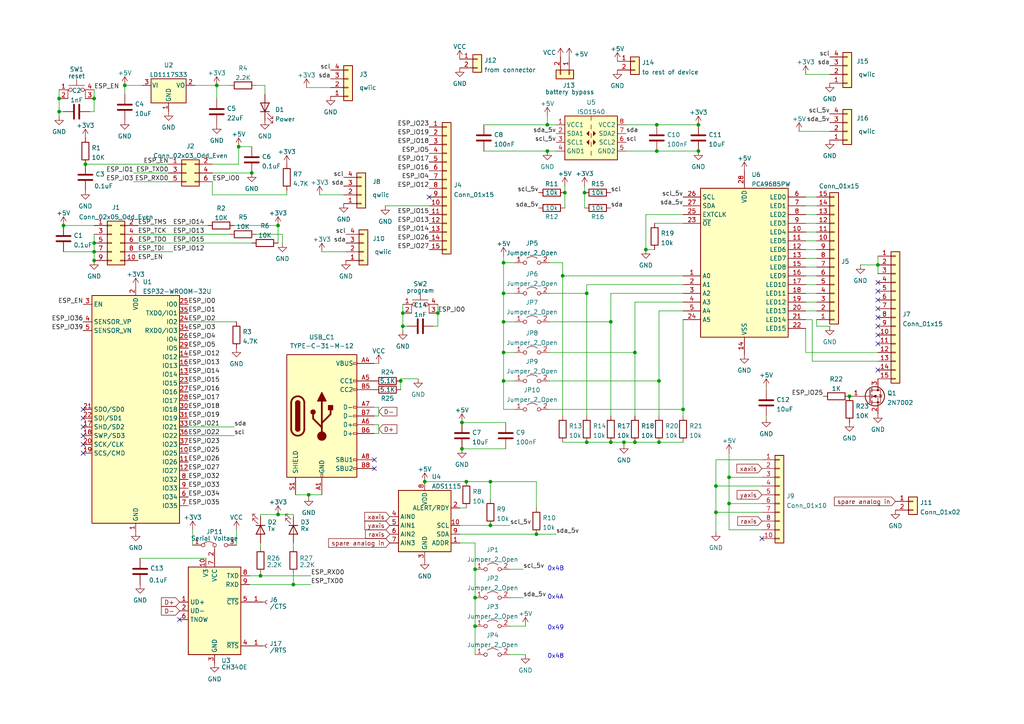
<source format=kicad_sch>
(kicad_sch (version 20230121) (generator eeschema)
  (paper "A4")
  (junction (at 146.05 93.345))
  (junction (at 27.305 70.485))
  (junction (at 184.15 102.235))
  (junction (at 146.05 76.2))
  (junction (at 142.24 139.7))
  (junction (at 116.84 90.805))
  (junction (at 27.305 75.565))
  (junction (at 73.025 50.165))
  (junction (at 211.455 146.05))
  (junction (at 202.565 43.815))
  (junction (at 17.145 32.385))
  (junction (at 17.145 28.575))
  (junction (at 116.205 110.49))
  (junction (at 85.09 169.545))
  (junction (at 62.865 24.765))
  (junction (at 190.5 36.195))
  (junction (at 211.455 138.43))
  (junction (at 202.565 36.195))
  (junction (at 127 90.805))
  (junction (at 184.15 128.27))
  (junction (at 254.635 76.835))
  (junction (at 246.38 114.935))
  (junction (at 133.985 130.175))
  (junction (at 146.05 102.235))
  (junction (at 158.75 43.815))
  (junction (at 163.195 80.01))
  (junction (at 137.795 181.61))
  (junction (at 207.645 148.59))
  (junction (at 155.575 154.94))
  (junction (at 191.135 110.49))
  (junction (at 137.795 173.355))
  (junction (at 198.12 118.745))
  (junction (at 158.75 36.195))
  (junction (at 80.645 65.405))
  (junction (at 133.985 122.555))
  (junction (at 89.535 143.51))
  (junction (at 146.05 110.49))
  (junction (at 137.795 165.1))
  (junction (at 190.5 43.815))
  (junction (at 142.24 152.4))
  (junction (at 36.195 24.765))
  (junction (at 170.18 85.09))
  (junction (at 69.215 42.545))
  (junction (at 180.975 128.27))
  (junction (at 116.84 94.615))
  (junction (at 75.565 167.005))
  (junction (at 27.305 73.025))
  (junction (at 18.415 65.405))
  (junction (at 163.83 55.88))
  (junction (at 169.545 55.88))
  (junction (at 27.305 28.575))
  (junction (at 146.05 85.09))
  (junction (at 187.325 72.39))
  (junction (at 177.165 93.345))
  (junction (at 207.645 140.97))
  (junction (at 24.765 47.625))
  (junction (at 80.645 149.225))
  (junction (at 177.165 128.27))
  (junction (at 191.135 128.27))
  (junction (at 170.18 128.27))
  (junction (at 123.19 139.7))
  (junction (at 135.255 139.7))
  (no_connect (at 24.13 118.745))
  (no_connect (at 108.585 135.89))
  (no_connect (at 108.585 133.35))
  (no_connect (at 24.13 121.285))
  (no_connect (at 254.635 107.315))
  (no_connect (at 124.46 57.15))
  (no_connect (at 254.635 92.075))
  (no_connect (at 254.635 99.695))
  (no_connect (at 254.635 97.155))
  (no_connect (at 254.635 94.615))
  (no_connect (at 254.635 89.535))
  (no_connect (at 254.635 86.995))
  (no_connect (at 254.635 84.455))
  (no_connect (at 254.635 81.915))
  (no_connect (at 24.13 128.905))
  (no_connect (at 24.13 131.445))
  (no_connect (at 24.13 126.365))
  (no_connect (at 220.98 156.21))
  (no_connect (at 52.07 179.705))
  (no_connect (at 24.13 123.825))
  (wire (pts (xy 116.84 88.265) (xy 116.84 90.805)))
  (wire (pts (xy 75.565 167.005) (xy 90.17 167.005)))
  (wire (pts (xy 233.68 95.25) (xy 233.68 102.235)))
  (wire (pts (xy 191.135 110.49) (xy 191.135 90.17)))
  (wire (pts (xy 170.18 85.09) (xy 170.18 120.65)))
  (wire (pts (xy 89.535 143.51) (xy 89.535 144.145)))
  (wire (pts (xy 177.165 85.09) (xy 198.12 85.09)))
  (wire (pts (xy 133.35 157.48) (xy 137.795 157.48)))
  (wire (pts (xy 233.68 67.31) (xy 236.855 67.31)))
  (wire (pts (xy 170.18 128.27) (xy 177.165 128.27)))
  (wire (pts (xy 207.645 140.97) (xy 207.645 148.59)))
  (wire (pts (xy 17.145 28.575) (xy 17.145 32.385)))
  (wire (pts (xy 41.275 24.765) (xy 36.195 24.765)))
  (wire (pts (xy 85.09 169.545) (xy 90.17 169.545)))
  (wire (pts (xy 163.195 76.2) (xy 163.195 80.01)))
  (wire (pts (xy 24.765 47.625) (xy 48.895 47.625)))
  (wire (pts (xy 59.69 161.925) (xy 40.64 161.925)))
  (wire (pts (xy 254.635 76.835) (xy 254.635 79.375)))
  (wire (pts (xy 74.295 67.945) (xy 81.915 67.945)))
  (wire (pts (xy 80.645 65.405) (xy 80.645 70.485)))
  (wire (pts (xy 56.515 24.765) (xy 62.865 24.765)))
  (wire (pts (xy 135.255 139.7) (xy 142.24 139.7)))
  (wire (pts (xy 88.9 25.4) (xy 95.885 25.4)))
  (wire (pts (xy 189.865 64.77) (xy 198.12 64.77)))
  (wire (pts (xy 81.915 67.945) (xy 81.915 70.485)))
  (wire (pts (xy 220.98 148.59) (xy 207.645 148.59)))
  (wire (pts (xy 142.24 139.7) (xy 142.24 144.78)))
  (wire (pts (xy 38.735 52.705) (xy 48.895 52.705)))
  (wire (pts (xy 142.24 152.4) (xy 133.35 152.4)))
  (wire (pts (xy 108.585 105.41) (xy 109.855 105.41)))
  (wire (pts (xy 191.135 90.17) (xy 198.12 90.17)))
  (wire (pts (xy 83.185 56.515) (xy 83.185 55.245)))
  (wire (pts (xy 62.865 24.765) (xy 62.865 28.575)))
  (wire (pts (xy 181.61 43.815) (xy 190.5 43.815)))
  (wire (pts (xy 40.005 67.945) (xy 66.675 67.945)))
  (wire (pts (xy 184.15 102.235) (xy 184.15 87.63)))
  (wire (pts (xy 191.135 110.49) (xy 191.135 120.65)))
  (wire (pts (xy 146.05 74.295) (xy 146.05 76.2)))
  (wire (pts (xy 40.005 70.485) (xy 73.025 70.485)))
  (wire (pts (xy 187.325 72.39) (xy 187.325 62.23)))
  (wire (pts (xy 180.975 128.27) (xy 180.975 128.905)))
  (wire (pts (xy 169.545 55.88) (xy 169.545 53.975)))
  (wire (pts (xy 17.145 32.385) (xy 18.415 32.385)))
  (wire (pts (xy 72.39 167.005) (xy 75.565 167.005)))
  (wire (pts (xy 76.835 27.305) (xy 76.835 24.765)))
  (wire (pts (xy 177.165 93.345) (xy 177.165 120.65)))
  (wire (pts (xy 146.05 102.235) (xy 149.225 102.235)))
  (wire (pts (xy 211.455 131.445) (xy 211.455 138.43)))
  (wire (pts (xy 207.645 133.35) (xy 220.98 133.35)))
  (wire (pts (xy 233.68 74.93) (xy 236.855 74.93)))
  (wire (pts (xy 137.795 173.355) (xy 137.795 181.61)))
  (wire (pts (xy 125.73 94.615) (xy 127 94.615)))
  (wire (pts (xy 163.195 76.2) (xy 159.385 76.2)))
  (wire (pts (xy 109.855 125.73) (xy 108.585 125.73)))
  (wire (pts (xy 69.215 42.545) (xy 73.025 42.545)))
  (wire (pts (xy 135.255 147.32) (xy 133.35 147.32)))
  (wire (pts (xy 161.29 154.94) (xy 155.575 154.94)))
  (wire (pts (xy 233.68 64.77) (xy 236.855 64.77)))
  (wire (pts (xy 159.385 102.235) (xy 184.15 102.235)))
  (wire (pts (xy 158.75 33.655) (xy 158.75 36.195)))
  (wire (pts (xy 207.645 148.59) (xy 207.645 154.305)))
  (wire (pts (xy 111.76 59.69) (xy 124.46 59.69)))
  (wire (pts (xy 151.765 173.355) (xy 147.955 173.355)))
  (wire (pts (xy 184.15 87.63) (xy 198.12 87.63)))
  (wire (pts (xy 152.4 181.61) (xy 147.955 181.61)))
  (wire (pts (xy 155.575 139.7) (xy 155.575 147.32)))
  (wire (pts (xy 27.305 70.485) (xy 27.305 73.025)))
  (wire (pts (xy 85.09 169.545) (xy 85.09 166.37)))
  (wire (pts (xy 108.585 118.11) (xy 109.855 118.11)))
  (wire (pts (xy 146.05 93.345) (xy 146.05 102.235)))
  (wire (pts (xy 61.595 50.165) (xy 73.025 50.165)))
  (wire (pts (xy 235.585 92.71) (xy 235.585 104.775)))
  (wire (pts (xy 75.565 167.005) (xy 75.565 166.37)))
  (wire (pts (xy 92.71 56.515) (xy 99.695 56.515)))
  (wire (pts (xy 170.18 82.55) (xy 198.12 82.55)))
  (wire (pts (xy 190.5 43.815) (xy 202.565 43.815)))
  (wire (pts (xy 80.645 149.225) (xy 85.09 149.225)))
  (wire (pts (xy 146.05 85.09) (xy 146.05 93.345)))
  (wire (pts (xy 75.565 149.225) (xy 80.645 149.225)))
  (wire (pts (xy 85.09 157.48) (xy 85.09 158.75)))
  (wire (pts (xy 233.68 87.63) (xy 236.855 87.63)))
  (wire (pts (xy 233.68 62.23) (xy 236.855 62.23)))
  (wire (pts (xy 180.975 128.27) (xy 184.15 128.27)))
  (wire (pts (xy 155.575 154.94) (xy 133.35 154.94)))
  (wire (pts (xy 146.05 102.235) (xy 146.05 110.49)))
  (wire (pts (xy 233.68 80.01) (xy 236.855 80.01)))
  (wire (pts (xy 233.68 92.71) (xy 235.585 92.71)))
  (wire (pts (xy 140.335 36.195) (xy 158.75 36.195)))
  (wire (pts (xy 233.68 72.39) (xy 236.855 72.39)))
  (wire (pts (xy 61.595 47.625) (xy 69.215 47.625)))
  (wire (pts (xy 163.83 60.325) (xy 163.83 55.88)))
  (wire (pts (xy 55.88 153.67) (xy 55.88 158.115)))
  (wire (pts (xy 146.05 76.2) (xy 146.05 85.09)))
  (wire (pts (xy 233.68 69.85) (xy 236.855 69.85)))
  (wire (pts (xy 140.335 43.815) (xy 158.75 43.815)))
  (wire (pts (xy 159.385 93.345) (xy 177.165 93.345)))
  (wire (pts (xy 169.545 60.325) (xy 169.545 55.88)))
  (wire (pts (xy 17.145 26.035) (xy 17.145 28.575)))
  (wire (pts (xy 163.195 128.27) (xy 170.18 128.27)))
  (wire (pts (xy 17.145 32.385) (xy 17.145 33.655)))
  (wire (pts (xy 61.595 56.515) (xy 83.185 56.515)))
  (wire (pts (xy 54.61 126.365) (xy 67.945 126.365)))
  (wire (pts (xy 233.68 59.69) (xy 236.855 59.69)))
  (wire (pts (xy 27.305 73.025) (xy 27.305 75.565)))
  (wire (pts (xy 27.305 32.385) (xy 27.305 28.575)))
  (wire (pts (xy 40.005 73.025) (xy 50.165 73.025)))
  (wire (pts (xy 27.305 67.945) (xy 27.305 70.485)))
  (wire (pts (xy 133.985 122.555) (xy 146.685 122.555)))
  (wire (pts (xy 127 94.615) (xy 127 90.805)))
  (wire (pts (xy 137.795 181.61) (xy 137.795 189.865)))
  (wire (pts (xy 75.565 157.48) (xy 75.565 158.75)))
  (wire (pts (xy 233.68 90.17) (xy 236.855 90.17)))
  (wire (pts (xy 187.325 62.23) (xy 198.12 62.23)))
  (wire (pts (xy 222.25 112.395) (xy 222.25 113.03)))
  (wire (pts (xy 151.765 165.1) (xy 147.955 165.1)))
  (wire (pts (xy 109.855 120.65) (xy 108.585 120.65)))
  (wire (pts (xy 233.68 85.09) (xy 236.855 85.09)))
  (wire (pts (xy 184.15 128.27) (xy 191.135 128.27)))
  (wire (pts (xy 40.005 65.405) (xy 60.325 65.405)))
  (wire (pts (xy 163.195 80.01) (xy 163.195 120.65)))
  (wire (pts (xy 191.135 128.27) (xy 198.12 128.27)))
  (wire (pts (xy 109.855 118.11) (xy 109.855 120.65)))
  (wire (pts (xy 76.835 24.765) (xy 74.295 24.765)))
  (wire (pts (xy 142.24 139.7) (xy 155.575 139.7)))
  (wire (pts (xy 236.855 94.615) (xy 236.855 92.71)))
  (wire (pts (xy 211.455 138.43) (xy 211.455 146.05)))
  (wire (pts (xy 26.035 32.385) (xy 27.305 32.385)))
  (wire (pts (xy 187.325 72.39) (xy 189.865 72.39)))
  (wire (pts (xy 170.18 85.09) (xy 159.385 85.09)))
  (wire (pts (xy 121.285 109.855) (xy 116.205 109.855)))
  (wire (pts (xy 198.12 80.01) (xy 163.195 80.01)))
  (wire (pts (xy 158.75 43.815) (xy 161.29 43.815)))
  (wire (pts (xy 249.555 76.835) (xy 254.635 76.835)))
  (wire (pts (xy 18.415 73.025) (xy 27.305 73.025)))
  (wire (pts (xy 146.05 110.49) (xy 146.05 118.745)))
  (wire (pts (xy 233.68 57.15) (xy 236.855 57.15)))
  (wire (pts (xy 108.585 123.19) (xy 109.855 123.19)))
  (wire (pts (xy 72.39 169.545) (xy 85.09 169.545)))
  (wire (pts (xy 211.455 146.05) (xy 211.455 153.67)))
  (wire (pts (xy 67.945 65.405) (xy 80.645 65.405)))
  (wire (pts (xy 116.84 94.615) (xy 116.84 95.885)))
  (wire (pts (xy 54.61 93.345) (xy 68.58 93.345)))
  (wire (pts (xy 177.165 93.345) (xy 177.165 85.09)))
  (wire (pts (xy 66.675 24.765) (xy 62.865 24.765)))
  (wire (pts (xy 36.195 24.765) (xy 36.195 27.305)))
  (wire (pts (xy 163.83 55.88) (xy 163.83 53.975)))
  (wire (pts (xy 152.4 189.865) (xy 147.955 189.865)))
  (wire (pts (xy 198.12 118.745) (xy 198.12 92.71)))
  (wire (pts (xy 149.225 118.745) (xy 146.05 118.745)))
  (wire (pts (xy 116.205 110.49) (xy 116.205 113.03)))
  (wire (pts (xy 246.38 114.935) (xy 247.015 114.935)))
  (wire (pts (xy 133.985 130.175) (xy 146.685 130.175)))
  (wire (pts (xy 69.215 47.625) (xy 69.215 42.545)))
  (wire (pts (xy 233.68 102.235) (xy 254.635 102.235)))
  (wire (pts (xy 18.415 65.405) (xy 27.305 65.405)))
  (wire (pts (xy 85.09 149.225) (xy 85.09 149.86)))
  (wire (pts (xy 146.05 93.345) (xy 149.225 93.345)))
  (wire (pts (xy 211.455 153.67) (xy 220.98 153.67)))
  (wire (pts (xy 233.68 77.47) (xy 236.855 77.47)))
  (wire (pts (xy 207.645 140.97) (xy 207.645 133.35)))
  (wire (pts (xy 235.585 104.775) (xy 254.635 104.775)))
  (wire (pts (xy 123.19 139.7) (xy 135.255 139.7)))
  (wire (pts (xy 109.855 123.19) (xy 109.855 125.73)))
  (wire (pts (xy 85.725 143.51) (xy 89.535 143.51)))
  (wire (pts (xy 68.58 153.67) (xy 68.58 158.115)))
  (wire (pts (xy 177.165 128.27) (xy 180.975 128.27)))
  (wire (pts (xy 54.61 123.825) (xy 67.945 123.825)))
  (wire (pts (xy 198.12 118.745) (xy 198.12 120.65)))
  (wire (pts (xy 146.05 76.2) (xy 149.225 76.2)))
  (wire (pts (xy 158.75 36.195) (xy 161.29 36.195)))
  (wire (pts (xy 159.385 118.745) (xy 198.12 118.745)))
  (wire (pts (xy 75.565 149.86) (xy 75.565 149.225)))
  (wire (pts (xy 222.25 121.285) (xy 222.25 120.65)))
  (wire (pts (xy 116.84 90.805) (xy 116.84 94.615)))
  (wire (pts (xy 211.455 146.05) (xy 220.98 146.05)))
  (wire (pts (xy 233.68 82.55) (xy 236.855 82.55)))
  (wire (pts (xy 190.5 36.195) (xy 202.565 36.195)))
  (wire (pts (xy 233.68 21.59) (xy 240.665 21.59)))
  (wire (pts (xy 146.05 110.49) (xy 149.225 110.49)))
  (wire (pts (xy 146.05 85.09) (xy 149.225 85.09)))
  (wire (pts (xy 159.385 110.49) (xy 191.135 110.49)))
  (wire (pts (xy 231.775 38.1) (xy 240.665 38.1)))
  (wire (pts (xy 116.205 109.855) (xy 116.205 110.49)))
  (wire (pts (xy 93.345 73.025) (xy 100.33 73.025)))
  (wire (pts (xy 116.84 94.615) (xy 118.11 94.615)))
  (wire (pts (xy 27.305 26.035) (xy 27.305 28.575)))
  (wire (pts (xy 137.795 165.1) (xy 137.795 173.355)))
  (wire (pts (xy 240.665 94.615) (xy 236.855 94.615)))
  (wire (pts (xy 127 88.265) (xy 127 90.805)))
  (wire (pts (xy 147.955 152.4) (xy 142.24 152.4)))
  (wire (pts (xy 184.15 102.235) (xy 184.15 120.65)))
  (wire (pts (xy 254.635 74.295) (xy 254.635 76.835)))
  (wire (pts (xy 89.535 143.51) (xy 93.345 143.51)))
  (wire (pts (xy 137.795 157.48) (xy 137.795 165.1)))
  (wire (pts (xy 38.735 50.165) (xy 48.895 50.165)))
  (wire (pts (xy 211.455 138.43) (xy 220.98 138.43)))
  (wire (pts (xy 207.645 140.97) (xy 220.98 140.97)))
  (wire (pts (xy 61.595 52.705) (xy 61.595 56.515)))
  (wire (pts (xy 170.18 82.55) (xy 170.18 85.09)))
  (wire (pts (xy 181.61 36.195) (xy 190.5 36.195)))
  (text "0x48" (at 158.75 191.135 0) (effects (font (size 1.27 1.27)) (justify left bottom)))
  (text "0x49" (at 158.75 182.88 0) (effects (font (size 1.27 1.27)) (justify left bottom)))
  (text "0x4B" (at 158.75 165.735 0) (effects (font (size 1.27 1.27)) (justify left bottom)))
  (text "0x4A" (at 158.75 173.99 0) (effects (font (size 1.27 1.27)) (justify left bottom)))
  (label "ESP_IO0" (at 54.61 88.265 0))
  (label "ESP_EN" (at 24.13 88.265 180))
  (label "ESP_TDO" (at 40.005 70.485 0))
  (label "ESP_IO18" (at 124.46 41.91 180))
  (label "sda" (at 240.665 19.05 180))
  (label "scl_5v" (at 240.665 33.02 180))
  (label "ESP_IO4" (at 124.46 52.07 180))
  (label "ESP_IO23" (at 124.46 36.83 180))
  (label "scl_5v" (at 198.12 57.15 180))
  (label "ESP_IO2" (at 54.61 93.345 0))
  (label "ESP_IO4" (at 54.61 98.425 0))
  (label "scl_5v" (at 151.765 165.1 0))
  (label "ESP_IO13" (at 50.165 67.945 0))
  (label "ESP_EN" (at 48.895 47.625 180))
  (label "ESP_IO36" (at 24.13 93.345 180))
  (label "sda_5v" (at 240.665 35.56 180))
  (label "ESP_IO0" (at 127 90.805 0))
  (label "ESP_RXD0" (at 90.17 167.005 0))
  (label "scl" (at 100.33 67.945 180))
  (label "sda" (at 181.61 38.735 0))
  (label "ESP_IO32" (at 54.61 139.065 0))
  (label "scl" (at 99.695 51.435 180))
  (label "ESP_IO0" (at 61.595 52.705 0))
  (label "sda" (at 100.33 70.485 180))
  (label "sda" (at 95.885 22.86 180))
  (label "scl_5v" (at 156.21 55.88 180))
  (label "ESP_EN" (at 27.305 26.035 0))
  (label "ESP_TCK" (at 40.005 67.945 0))
  (label "ESP_IO23" (at 54.61 128.905 0))
  (label "ESP_IO13" (at 124.46 64.77 180))
  (label "sda" (at 177.165 60.325 0))
  (label "ESP_IO26" (at 124.46 69.85 180))
  (label "ESP_IO15" (at 124.46 62.23 180))
  (label "ESP_IO21" (at 54.61 123.825 0))
  (label "ESP_IO27" (at 54.61 136.525 0))
  (label "ESP_EN" (at 40.005 75.565 0))
  (label "scl" (at 67.945 126.365 0))
  (label "ESP_IO16" (at 54.61 113.665 0))
  (label "ESP_IO25" (at 238.76 114.935 180))
  (label "ESP_IO17" (at 54.61 116.205 0))
  (label "scl" (at 177.165 55.88 0))
  (label "ESP_IO14" (at 54.61 108.585 0))
  (label "ESP_IO35" (at 54.61 146.685 0))
  (label "ESP_IO1" (at 54.61 90.805 0))
  (label "sda_5v" (at 156.21 60.325 180))
  (label "ESP_IO3" (at 38.735 52.705 180))
  (label "ESP_IO15" (at 50.165 70.485 0))
  (label "ESP_IO26" (at 54.61 133.985 0))
  (label "ESP_IO39" (at 24.13 95.885 180))
  (label "scl" (at 95.885 20.32 180))
  (label "ESP_IO16" (at 124.46 49.53 180))
  (label "sda_5v" (at 161.29 38.735 180))
  (label "scl" (at 240.665 16.51 180))
  (label "ESP_IO33" (at 54.61 141.605 0))
  (label "ESP_IO19" (at 54.61 121.285 0))
  (label "scl_5v" (at 161.29 41.275 180))
  (label "ESP_IO17" (at 124.46 46.99 180))
  (label "ESP_IO12" (at 54.61 103.505 0))
  (label "ESP_IO14" (at 50.165 65.405 0))
  (label "ESP_IO22" (at 54.61 126.365 0))
  (label "ESP_IO13" (at 54.61 106.045 0))
  (label "ESP_IO5" (at 54.61 100.965 0))
  (label "ESP_IO25" (at 54.61 131.445 0))
  (label "ESP_TDI" (at 40.005 73.025 0))
  (label "ESP_IO1" (at 38.735 50.165 180))
  (label "ESP_IO27" (at 124.46 72.39 180))
  (label "ESP_IO12" (at 124.46 54.61 180))
  (label "scl_5v" (at 147.955 152.4 0))
  (label "ESP_IO12" (at 50.165 73.025 0))
  (label "sda_5v" (at 198.12 59.69 180))
  (label "ESP_RXD0" (at 48.895 52.705 180))
  (label "ESP_TXD0" (at 48.895 50.165 180))
  (label "ESP_IO19" (at 124.46 39.37 180))
  (label "sda_5v" (at 151.765 173.355 0))
  (label "ESP_IO3" (at 54.61 95.885 0))
  (label "ESP_IO5" (at 124.46 44.45 180))
  (label "sda" (at 67.945 123.825 0))
  (label "ESP_IO14" (at 124.46 67.31 180))
  (label "ESP_TMS" (at 40.005 65.405 0))
  (label "ESP_TXD0" (at 90.17 169.545 0))
  (label "ESP_IO34" (at 54.61 144.145 0))
  (label "sda" (at 99.695 53.975 180))
  (label "scl" (at 181.61 41.275 0))
  (label "ESP_IO15" (at 54.61 111.125 0))
  (label "ESP_IO18" (at 54.61 118.745 0))
  (label "sda_5v" (at 161.29 154.94 0))
  (global_label "D+" (shape input) (at 109.855 124.46 0) (property "Intersheetrefs" "${INTERSHEET_REFS}" (effects hide)))
  (global_label "xaxis" (shape input) (at 220.98 135.89 180) (property "Intersheetrefs" "${INTERSHEET_REFS}" (effects hide)))
  (global_label "spare analog in" (shape input) (at 259.715 145.415 180) (property "Intersheetrefs" "${INTERSHEET_REFS}" (effects hide)))
  (global_label "spare analog in" (shape input) (at 113.03 157.48 180) (property "Intersheetrefs" "${INTERSHEET_REFS}" (effects hide)))
  (global_label "yaxis" (shape input) (at 113.03 152.4 180) (property "Intersheetrefs" "${INTERSHEET_REFS}" (effects hide)))
  (global_label "raxis" (shape input) (at 113.03 154.94 180) (property "Intersheetrefs" "${INTERSHEET_REFS}" (effects hide)))
  (global_label "raxis" (shape input) (at 220.98 151.13 180) (property "Intersheetrefs" "${INTERSHEET_REFS}" (effects hide)))
  (global_label "xaxis" (shape input) (at 113.03 149.86 180) (property "Intersheetrefs" "${INTERSHEET_REFS}" (effects hide)))
  (global_label "D+" (shape input) (at 52.07 174.625 180) (property "Intersheetrefs" "${INTERSHEET_REFS}" (effects hide)))
  (global_label "yaxis" (shape input) (at 220.98 143.51 180) (property "Intersheetrefs" "${INTERSHEET_REFS}" (effects hide)))
  (global_label "D-" (shape input) (at 52.07 177.165 180) (property "Intersheetrefs" "${INTERSHEET_REFS}" (effects hide)))
  (global_label "D-" (shape input) (at 109.855 119.38 0) (property "Intersheetrefs" "${INTERSHEET_REFS}" (effects hide)))
  (symbol (lib_id "power:+5V") (at 222.25 112.395 0) (unit 1)
    (property "Reference" "#PWR0128" (effects hide))
    (property "Value" "+5V" (at 222.25 108.7905 0))
  )
  (symbol (lib_id "power:GND") (at 73.025 50.165 0) (unit 1)
    (property "Reference" "#PWR015" (effects hide))
    (property "Value" "GND" (at 73.025 54.7275 0))
  )
  (symbol (lib_id "power:+5V") (at 152.4 181.61 0) (unit 1)
    (property "Reference" "#PWR0114" (effects hide))
    (property "Value" "+5V" (at 152.4 178.0055 0))
  )
  (symbol (lib_id "power:GND") (at 180.975 128.905 0) (unit 1)
    (property "Reference" "#PWR0119" (effects hide))
    (property "Value" "GND" (at 180.975 133.4675 0))
  )
  (symbol (lib_id "Connector_Generic:Conn_01x15") (at 259.715 92.075 0) (unit 1)
    (property "Reference" "J7" (at 261.747 91.1665 0) (effects (justify left)))
    (property "Value" "Conn_01x15" (at 261.747 93.9416 0) (effects (justify left)))
    (property "Footprint" "Connector_PinHeader_2.54mm:PinHeader_1x15_P2.54mm_Vertical" (effects hide))
  )
  (symbol (lib_id "power:GND") (at 187.325 72.39 0) (unit 1)
    (property "Reference" "#PWR0115" (effects hide))
    (property "Value" "GND" (at 187.325 76.9525 0))
  )
  (symbol (lib_id "Device:R") (at 242.57 114.935 90) (unit 1)
    (property "Reference" "R22" (at 242.57 109.9525 90))
    (property "Value" "1K" (at 242.57 112.7276 90))
    (property "Footprint" "Resistor_SMD:R_0603_1608Metric" (effects hide))
  )
  (symbol (lib_id "power:+3.3V") (at 92.71 56.515 0) (unit 1)
    (property "Reference" "#PWR0102" (effects hide))
    (property "Value" "+3.3V" (at 92.71 52.9105 0))
  )
  (symbol (lib_id "power:GND") (at 158.75 43.815 0) (unit 1)
    (property "Reference" "#PWR0132" (effects hide))
    (property "Value" "GND" (at 158.75 48.3775 0))
  )
  (symbol (lib_id "Device:R") (at 198.12 124.46 0) (unit 1)
    (property "Reference" "R21" (at 199.898 123.5515 0) (effects (justify left)))
    (property "Value" "10k" (at 199.898 126.3266 0) (effects (justify left)))
    (property "Footprint" "Resistor_SMD:R_0603_1608Metric" (effects hide))
  )
  (symbol (lib_id "Jumper:Jumper_2_Open") (at 142.875 181.61 0) (unit 1)
    (property "Reference" "JP3" (at 142.875 175.9925 0))
    (property "Value" "Jumper_2_Open" (at 142.875 178.7676 0))
    (property "Footprint" "Jumper:SolderJumper-2_P1.3mm_Open_RoundedPad1.0x1.5mm" (effects hide))
  )
  (symbol (lib_id "power:GND") (at 116.84 95.885 0) (unit 1)
    (property "Reference" "#PWR027" (effects hide))
    (property "Value" "GND" (at 116.84 100.4475 0))
  )
  (symbol (lib_id "power:GND") (at 17.145 33.655 0) (unit 1)
    (property "Reference" "#PWR01" (effects hide))
    (property "Value" "GND" (at 17.145 38.2175 0))
  )
  (symbol (lib_id "Device:R") (at 70.485 24.765 90) (unit 1)
    (property "Reference" "R4" (at 70.485 19.7825 90))
    (property "Value" "2.2K" (at 70.485 22.5576 90))
    (property "Footprint" "Resistor_SMD:R_0603_1608Metric" (effects hide))
  )
  (symbol (lib_id "power:+5V") (at 211.455 131.445 0) (unit 1)
    (property "Reference" "#PWR0130" (effects hide))
    (property "Value" "+5V" (at 211.455 127.8405 0))
  )
  (symbol (lib_id "Device:R") (at 163.195 124.46 0) (unit 1)
    (property "Reference" "R13" (at 164.973 123.5515 0) (effects (justify left)))
    (property "Value" "10k" (at 164.973 126.3266 0) (effects (justify left)))
    (property "Footprint" "Resistor_SMD:R_0603_1608Metric" (effects hide))
  )
  (symbol (lib_id "power:GND") (at 240.665 94.615 0) (mirror y) (unit 1)
    (property "Reference" "#PWR0124" (effects hide))
    (property "Value" "GND" (at 240.665 99.1775 0))
  )
  (symbol (lib_id "power:GND") (at 179.07 20.32 0) (unit 1)
    (property "Reference" "#PWR0135" (effects hide))
    (property "Value" "GND" (at 179.07 24.8825 0))
  )
  (symbol (lib_id "power:GND") (at 133.985 130.175 0) (unit 1)
    (property "Reference" "#PWR0110" (effects hide))
    (property "Value" "GND" (at 133.985 134.7375 0))
  )
  (symbol (lib_id "Device:R") (at 112.395 110.49 90) (unit 1)
    (property "Reference" "R24" (at 112.395 107.95 90))
    (property "Value" "5.1K" (at 112.395 110.49 90))
    (property "Footprint" "Resistor_SMD:R_0603_1608Metric" (effects hide))
  )
  (symbol (lib_id "power:+5V") (at 133.985 122.555 0) (unit 1)
    (property "Reference" "#PWR0111" (effects hide))
    (property "Value" "+5V" (at 133.985 118.9505 0))
  )
  (symbol (lib_id "power:+5V") (at 36.195 24.765 0) (unit 1)
    (property "Reference" "#PWR06" (effects hide))
    (property "Value" "+5V" (at 36.195 21.1605 0))
  )
  (symbol (lib_id "power:GND") (at 40.64 169.545 0) (unit 1)
    (property "Reference" "#PWR024" (effects hide))
    (property "Value" "GND" (at 40.64 174.1075 0))
  )
  (symbol (lib_id "Jumper:Jumper_2_Open") (at 154.305 85.09 0) (unit 1)
    (property "Reference" "JP6" (at 154.305 79.4725 0))
    (property "Value" "Jumper_2_Open" (at 154.305 82.2476 0))
    (property "Footprint" "Jumper:SolderJumper-2_P1.3mm_Open_RoundedPad1.0x1.5mm" (effects hide))
  )
  (symbol (lib_id "Jumper:Jumper_2_Open") (at 154.305 110.49 0) (unit 1)
    (property "Reference" "JP9" (at 154.305 104.8725 0))
    (property "Value" "Jumper_2_Open" (at 154.305 107.6476 0))
    (property "Footprint" "Jumper:SolderJumper-2_P1.3mm_Open_RoundedPad1.0x1.5mm" (effects hide))
  )
  (symbol (lib_id "power:GND") (at 36.195 34.925 0) (unit 1)
    (property "Reference" "#PWR07" (effects hide))
    (property "Value" "GND" (at 36.195 39.4875 0))
  )
  (symbol (lib_id "Device:C") (at 18.415 69.215 0) (unit 1)
    (property "Reference" "C1" (at 21.336 68.3065 0) (effects (justify left)))
    (property "Value" "0.1uF" (at 21.336 71.0816 0) (effects (justify left)))
    (property "Footprint" "Capacitor_SMD:C_0603_1608Metric" (effects hide))
  )
  (symbol (lib_id "Device:R") (at 112.395 113.03 90) (mirror x) (unit 1)
    (property "Reference" "R25" (at 112.395 115.57 90))
    (property "Value" "5.1K" (at 112.395 113.03 90))
    (property "Footprint" "Resistor_SMD:R_0603_1608Metric" (effects hide))
  )
  (symbol (lib_id "power:GND") (at 48.895 32.385 0) (unit 1)
    (property "Reference" "#PWR010" (effects hide))
    (property "Value" "GND" (at 48.895 36.9475 0))
  )
  (symbol (lib_id "Connector_Generic:Conn_01x04") (at 100.965 25.4 0) (mirror x) (unit 1)
    (property "Reference" "J3" (at 105.41 21.59 0))
    (property "Value" "qwiic" (at 106.68 25.4 0))
    (property "Footprint" "Connector_JST:JST_SH_SM04B-SRSS-TB_1x04-1MP_P1.00mm_Horizontal" (effects hide))
  )
  (symbol (lib_id "power:+5V") (at 123.19 139.7 0) (unit 1)
    (property "Reference" "#PWR0109" (effects hide))
    (property "Value" "+5V" (at 123.19 136.0955 0))
  )
  (symbol (lib_id "power:GND") (at 240.665 24.13 0) (unit 1)
    (property "Reference" "#PWR0143" (effects hide))
    (property "Value" "GND" (at 240.665 28.6925 0))
  )
  (symbol (lib_id "Jumper:Jumper_2_Open") (at 154.305 76.2 0) (unit 1)
    (property "Reference" "JP5" (at 154.305 70.5825 0))
    (property "Value" "Jumper_2_Open" (at 154.305 73.3576 0))
    (property "Footprint" "Jumper:SolderJumper-2_P1.3mm_Open_RoundedPad1.0x1.5mm" (effects hide))
  )
  (symbol (lib_id "power:+3.3V") (at 80.645 65.405 0) (unit 1)
    (property "Reference" "#PWR017" (effects hide))
    (property "Value" "+3.3V" (at 80.645 61.8005 0))
  )
  (symbol (lib_id "Device:R") (at 64.135 65.405 90) (unit 1)
    (property "Reference" "R2" (at 64.135 60.4225 90))
    (property "Value" "10K" (at 64.135 63.1976 90))
    (property "Footprint" "Resistor_SMD:R_0603_1608Metric" (effects hide))
  )
  (symbol (lib_id "Connector:USB_C_Receptacle_USB2.0") (at 93.345 120.65 0) (unit 1)
    (property "Reference" "USB_C1" (at 93.345 97.79 0))
    (property "Value" "TYPE-C-31-M-12" (at 93.345 100.33 0))
    (property "Footprint" "Connector_USB:USB_C_Receptacle_HRO_TYPE-C-31-M-12" (effects hide))
    (property "Datasheet" "https://www.usb.org/sites/default/files/documents/usb_type-c.zip" (effects hide))
    (property "LCSC" "C165948" (effects hide))
  )
  (symbol (lib_id "Jumper:Jumper_2_Open") (at 142.875 173.355 0) (unit 1)
    (property "Reference" "JP2" (at 142.875 167.7375 0))
    (property "Value" "Jumper_2_Open" (at 142.875 170.5126 0))
    (property "Footprint" "Jumper:SolderJumper-2_P1.3mm_Open_RoundedPad1.0x1.5mm" (effects hide))
  )
  (symbol (lib_id "Jumper:Jumper_2_Open") (at 154.305 93.345 0) (unit 1)
    (property "Reference" "JP7" (at 154.305 87.7275 0))
    (property "Value" "Jumper_2_Open" (at 154.305 90.5026 0))
    (property "Footprint" "Jumper:SolderJumper-2_P1.3mm_Open_RoundedPad1.0x1.5mm" (effects hide))
  )
  (symbol (lib_id "Device:R") (at 85.09 162.56 0) (unit 1)
    (property "Reference" "R27" (at 86.868 161.9163 0) (effects (justify left)))
    (property "Value" "2.2K" (at 86.868 163.8373 0) (effects (justify left)))
    (property "Footprint" "Resistor_SMD:R_0603_1608Metric" (effects hide))
  )
  (symbol (lib_id "power:+3.3V") (at 83.185 47.625 0) (unit 1)
    (property "Reference" "#PWR019" (effects hide))
    (property "Value" "+3.3V" (at 83.185 44.0205 0))
  )
  (symbol (lib_id "Device:R") (at 155.575 151.13 0) (unit 1)
    (property "Reference" "R10" (at 157.353 150.2215 0) (effects (justify left)))
    (property "Value" "10k" (at 157.353 152.9966 0) (effects (justify left)))
    (property "Footprint" "Resistor_SMD:R_0603_1608Metric" (effects hide))
  )
  (symbol (lib_id "power:+3.3V") (at 62.865 24.765 0) (unit 1)
    (property "Reference" "#PWR011" (effects hide))
    (property "Value" "+3.3V" (at 62.865 21.1605 0))
  )
  (symbol (lib_id "power:+5V") (at 231.775 38.1 0) (unit 1)
    (property "Reference" "#PWR0133" (effects hide))
    (property "Value" "+5V" (at 231.775 34.4955 0))
  )
  (symbol (lib_id "Device:R") (at 24.765 43.815 0) (unit 1)
    (property "Reference" "R1" (at 26.543 42.9065 0) (effects (justify left)))
    (property "Value" "10K" (at 26.543 45.6816 0) (effects (justify left)))
    (property "Footprint" "Resistor_SMD:R_0603_1608Metric" (effects hide))
  )
  (symbol (lib_id "power:+3.3V") (at 169.545 53.975 0) (unit 1)
    (property "Reference" "#PWR0116" (effects hide))
    (property "Value" "+3.3V" (at 169.545 50.3705 0))
  )
  (symbol (lib_id "power:+5V") (at 18.415 65.405 0) (unit 1)
    (property "Reference" "#PWR02" (effects hide))
    (property "Value" "+5V" (at 18.415 61.8005 0))
  )
  (symbol (lib_id "Connector_Generic:Conn_01x02") (at 184.15 17.78 0) (unit 1)
    (property "Reference" "J14" (at 186.182 18.1415 0) (effects (justify left)))
    (property "Value" "to rest of device" (at 186.182 20.9166 0) (effects (justify left)))
    (property "Footprint" "Connector_PinHeader_2.54mm:PinHeader_1x02_P2.54mm_Vertical" (effects hide))
  )
  (symbol (lib_id "Device:R") (at 160.02 60.325 90) (unit 1)
    (property "Reference" "R12" (at 160.02 62.865 90))
    (property "Value" "10k" (at 160.02 60.325 90))
    (property "Footprint" "Resistor_SMD:R_0603_1608Metric" (effects hide))
  )
  (symbol (lib_id "Device:R") (at 177.165 124.46 0) (unit 1)
    (property "Reference" "R17" (at 178.943 123.5515 0) (effects (justify left)))
    (property "Value" "10k" (at 178.943 126.3266 0) (effects (justify left)))
    (property "Footprint" "Resistor_SMD:R_0603_1608Metric" (effects hide))
  )
  (symbol (lib_id "power:+3.3V") (at 93.345 73.025 0) (unit 1)
    (property "Reference" "#PWR0101" (effects hide))
    (property "Value" "+3.3V" (at 93.345 69.4205 0))
  )
  (symbol (lib_id "power:GND") (at 111.76 59.69 0) (unit 1)
    (property "Reference" "#PWR0105" (effects hide))
    (property "Value" "GND" (at 111.76 64.2525 0))
  )
  (symbol (lib_id "power:GND") (at 62.865 36.195 0) (unit 1)
    (property "Reference" "#PWR012" (effects hide))
    (property "Value" "GND" (at 62.865 40.7575 0))
  )
  (symbol (lib_id "Connector_Generic:Conn_01x04") (at 245.745 38.1 0) (mirror x) (unit 1)
    (property "Reference" "J16" (at 250.19 34.29 0))
    (property "Value" "qwiic" (at 251.46 38.1 0))
    (property "Footprint" "Connector_JST:JST_SH_SM04B-SRSS-TB_1x04-1MP_P1.00mm_Horizontal" (effects hide))
  )
  (symbol (lib_id "power:GND") (at 249.555 76.835 0) (unit 1)
    (property "Reference" "#PWR0127" (effects hide))
    (property "Value" "GND" (at 249.555 81.3975 0))
  )
  (symbol (lib_id "power:GND") (at 259.715 147.955 0) (unit 1)
    (property "Reference" "#PWR0129" (effects hide))
    (property "Value" "GND" (at 259.715 152.5175 0))
  )
  (symbol (lib_id "power:+5V") (at 69.215 42.545 0) (unit 1)
    (property "Reference" "#PWR013" (effects hide))
    (property "Value" "+5V" (at 69.215 38.9405 0))
  )
  (symbol (lib_id "power:GND") (at 240.665 40.64 0) (unit 1)
    (property "Reference" "#PWR0145" (effects hide))
    (property "Value" "GND" (at 240.665 45.2025 0))
  )
  (symbol (lib_id "power:GND") (at 99.695 59.055 0) (unit 1)
    (property "Reference" "#PWR0104" (effects hide))
    (property "Value" "GND" (at 99.695 63.6175 0))
  )
  (symbol (lib_id "Connector_Generic:Conn_01x04") (at 105.41 73.025 0) (mirror x) (unit 1)
    (property "Reference" "J10" (at 109.855 69.215 0))
    (property "Value" "qwiic" (at 111.125 73.025 0))
    (property "Footprint" "Connector_JST:JST_SH_SM04B-SRSS-TB_1x04-1MP_P1.00mm_Horizontal" (effects hide))
  )
  (symbol (lib_id "Device:R") (at 170.18 124.46 0) (unit 1)
    (property "Reference" "R14" (at 171.958 123.5515 0) (effects (justify left)))
    (property "Value" "10k" (at 171.958 126.3266 0) (effects (justify left)))
    (property "Footprint" "Resistor_SMD:R_0603_1608Metric" (effects hide))
  )
  (symbol (lib_id "Device:LED") (at 85.09 153.67 270) (unit 1)
    (property "Reference" "D3" (at 87.122 151.4388 90) (effects (justify left)))
    (property "Value" "Rx" (at 87.122 153.3598 90) (effects (justify left)))
    (property "Footprint" "LED_SMD:LED_0603_1608Metric" (effects hide))
  )
  (symbol (lib_id "power:GND") (at 152.4 189.865 0) (unit 1)
    (property "Reference" "#PWR0113" (effects hide))
    (property "Value" "GND" (at 152.4 194.4275 0))
  )
  (symbol (lib_id "power:GND") (at 39.37 154.305 0) (unit 1)
    (property "Reference" "#PWR09" (effects hide))
    (property "Value" "GND" (at 39.37 158.8675 0))
  )
  (symbol (lib_id "power:GND") (at 89.535 144.145 0) (unit 1)
    (property "Reference" "#PWR0134" (effects hide))
    (property "Value" "GND" (at 89.535 148.7075 0))
  )
  (symbol (lib_id "Device:C") (at 22.225 32.385 90) (unit 1)
    (property "Reference" "C2" (at 22.225 26.2595 90))
    (property "Value" "1nF" (at 22.225 29.0346 90))
    (property "Footprint" "Capacitor_SMD:C_0603_1608Metric" (effects hide))
  )
  (symbol (lib_id "Regulator_Linear:LD1117S33TR_SOT223") (at 48.895 24.765 0) (unit 1)
    (property "Reference" "U2" (at 48.895 18.8935 0))
    (property "Value" "LD1117S33" (at 48.895 21.6686 0))
    (property "Footprint" "Package_TO_SOT_SMD:SOT-223-3_TabPin2" (effects hide))
    (property "Datasheet" "http://www.st.com/st-web-ui/static/active/en/resource/technical/document/datasheet/CD00000544.pdf" (effects hide))
  )
  (symbol (lib_id "power:GND") (at 24.765 55.245 0) (unit 1)
    (property "Reference" "#PWR04" (effects hide))
    (property "Value" "GND" (at 24.765 59.8075 0))
  )
  (symbol (lib_id "Device:C") (at 24.765 51.435 0) (unit 1)
    (property "Reference" "C3" (at 27.686 50.5265 0) (effects (justify left)))
    (property "Value" "0.1uF" (at 27.305 53.975 0) (effects (justify left)))
    (property "Footprint" "Capacitor_SMD:C_0603_1608Metric" (effects hide))
  )
  (symbol (lib_id "power:+5V") (at 179.07 17.78 0) (unit 1)
    (property "Reference" "#PWR0136" (effects hide))
    (property "Value" "+5V" (at 179.07 14.1755 0))
  )
  (symbol (lib_id "power:VCC") (at 133.35 17.145 0) (unit 1)
    (property "Reference" "#PWR0139" (effects hide))
    (property "Value" "VCC" (at 133.35 13.5405 0))
  )
  (symbol (lib_id "power:GND") (at 215.9 102.87 0) (unit 1)
    (property "Reference" "#PWR0123" (effects hide))
    (property "Value" "GND" (at 215.9 107.4325 0))
  )
  (symbol (lib_id "Connector:Conn_01x01_Socket") (at 77.47 174.625 0) (unit 1)
    (property "Reference" "J6" (at 78.1812 173.9813 0) (effects (justify left)))
    (property "Value" "/CTS" (at 78.1812 175.9023 0) (effects (justify left)))
    (property "Footprint" "Connector_PinSocket_2.54mm:PinSocket_1x01_P2.54mm_Vertical" (effects hide))
  )
  (symbol (lib_id "power:+5V") (at 215.9 49.53 0) (unit 1)
    (property "Reference" "#PWR0121" (effects hide))
    (property "Value" "+5V" (at 215.9 45.9255 0))
  )
  (symbol (lib_id "Device:C") (at 190.5 40.005 0) (unit 1)
    (property "Reference" "C10" (at 193.421 39.0965 0) (effects (justify left)))
    (property "Value" "100nF" (at 193.421 41.8716 0) (effects (justify left)))
    (property "Footprint" "Capacitor_SMD:C_0603_1608Metric" (effects hide))
  )
  (symbol (lib_id "Device:C") (at 222.25 116.84 0) (unit 1)
    (property "Reference" "C12" (at 225.171 115.9315 0) (effects (justify left)))
    (property "Value" "10uF" (at 225.171 118.7066 0) (effects (justify left)))
    (property "Footprint" "Capacitor_SMD:C_0603_1608Metric" (effects hide))
  )
  (symbol (lib_id "Isolator:ISO1540") (at 171.45 38.735 0) (unit 1)
    (property "Reference" "U5" (at 171.45 29.6885 0))
    (property "Value" "ISO1540" (at 171.45 32.4636 0))
    (property "Footprint" "Package_SO:SOIC-8_3.9x4.9mm_P1.27mm" (effects hide))
    (property "Datasheet" "http://www.ti.com/lit/ds/symlink/iso1541.pdf" (effects hide))
  )
  (symbol (lib_id "Jumper:Jumper_3_Bridged12") (at 62.23 158.115 0) (unit 1)
    (property "Reference" "JP11" (at 62.23 154.2409 0))
    (property "Value" "Serial Voltage" (at 62.23 156.1619 0))
    (property "Footprint" "Jumper:SolderJumper-3_P1.3mm_Bridged12_RoundedPad1.0x1.5mm" (effects hide))
  )
  (symbol (lib_id "power:GND") (at 62.23 192.405 0) (unit 1)
    (property "Reference" "#PWR022" (effects hide))
    (property "Value" "GND" (at 62.23 196.9675 0))
  )
  (symbol (lib_id "power:GND") (at 68.58 100.965 0) (unit 1)
    (property "Reference" "#PWR014" (effects hide))
    (property "Value" "GND" (at 68.58 105.5275 0))
  )
  (symbol (lib_id "Device:C") (at 62.865 32.385 0) (unit 1)
    (property "Reference" "C5" (at 65.786 31.4765 0) (effects (justify left)))
    (property "Value" "22uF" (at 65.786 34.2516 0) (effects (justify left)))
    (property "Footprint" "Capacitor_THT:CP_Radial_D5.0mm_P2.00mm" (effects hide))
  )
  (symbol (lib_id "Device:C") (at 146.685 126.365 0) (unit 1)
    (property "Reference" "C9" (at 149.606 125.4565 0) (effects (justify left)))
    (property "Value" "100nF" (at 149.606 128.2316 0) (effects (justify left)))
    (property "Footprint" "Capacitor_SMD:C_0603_1608Metric" (effects hide))
  )
  (symbol (lib_id "power:GND") (at 222.25 121.285 0) (unit 1)
    (property "Reference" "#PWR0122" (effects hide))
    (property "Value" "GND" (at 222.25 125.8475 0))
  )
  (symbol (lib_id "power:+3.3V") (at 39.37 83.185 0) (unit 1)
    (property "Reference" "#PWR08" (effects hide))
    (property "Value" "+3.3V" (at 39.37 79.5805 0))
  )
  (symbol (lib_id "Transistor_FET:2N7002") (at 252.095 114.935 0) (unit 1)
    (property "Reference" "Q1" (at 257.302 114.0265 0) (effects (justify left)))
    (property "Value" "2N7002" (at 257.302 116.8016 0) (effects (justify left)))
    (property "Footprint" "Package_TO_SOT_SMD:SOT-23" (effects hide))
    (property "Datasheet" "https://www.onsemi.com/pub/Collateral/NDS7002A-D.PDF" (effects hide))
  )
  (symbol (lib_id "Jumper:Jumper_2_Open") (at 154.305 118.745 0) (unit 1)
    (property "Reference" "JP10" (at 154.305 113.1275 0))
    (property "Value" "Jumper_2_Open" (at 154.305 115.9026 0))
    (property "Footprint" "Jumper:SolderJumper-2_P1.3mm_Open_RoundedPad1.0x1.5mm" (effects hide))
  )
  (symbol (lib_id "Connector_Generic:Conn_01x10") (at 226.06 143.51 0) (unit 1)
    (property "Reference" "J9" (at 228.092 143.8715 0) (effects (justify left)))
    (property "Value" "Conn_01x10" (at 228.092 146.6466 0) (effects (justify left)))
    (property "Footprint" "Connector_PinHeader_2.54mm:PinHeader_1x10_P2.54mm_Vertical" (effects hide))
  )
  (symbol (lib_id "Device:C") (at 73.025 46.355 0) (unit 1)
    (property "Reference" "C6" (at 75.946 45.4465 0) (effects (justify left)))
    (property "Value" "0.1uF" (at 75.946 48.2216 0) (effects (justify left)))
    (property "Footprint" "Capacitor_SMD:C_0603_1608Metric" (effects hide))
  )
  (symbol (lib_id "power:+3.3V") (at 80.645 149.225 0) (unit 1)
    (property "Reference" "#PWR023" (effects hide))
    (property "Value" "+3.3V" (at 80.645 145.6205 0))
  )
  (symbol (lib_id "Device:C") (at 121.92 94.615 90) (unit 1)
    (property "Reference" "C14" (at 121.92 88.4895 90))
    (property "Value" "1nF" (at 121.92 91.2646 90))
    (property "Footprint" "Capacitor_SMD:C_0603_1608Metric" (effects hide))
  )
  (symbol (lib_id "power:GND") (at 95.885 27.94 0) (unit 1)
    (property "Reference" "#PWR0103" (effects hide))
    (property "Value" "GND" (at 95.885 32.5025 0))
  )
  (symbol (lib_id "Jumper:Jumper_2_Open") (at 154.305 102.235 0) (unit 1)
    (property "Reference" "JP8" (at 154.305 96.6175 0))
    (property "Value" "Jumper_2_Open" (at 154.305 99.3926 0))
    (property "Footprint" "Jumper:SolderJumper-2_P1.3mm_Open_RoundedPad1.0x1.5mm" (effects hide))
  )
  (symbol (lib_id "Device:R") (at 246.38 118.745 0) (unit 1)
    (property "Reference" "R23" (at 248.158 117.8365 0) (effects (justify left)))
    (property "Value" "10K" (at 248.158 120.6116 0) (effects (justify left)))
    (property "Footprint" "Resistor_SMD:R_0603_1608Metric" (effects hide))
  )
  (symbol (lib_id "Device:R") (at 173.355 60.325 270) (mirror x) (unit 1)
    (property "Reference" "R16" (at 173.355 62.865 90))
    (property "Value" "10k" (at 173.355 60.325 90))
    (property "Footprint" "Resistor_SMD:R_0603_1608Metric" (effects hide))
  )
  (symbol (lib_id "Device:C") (at 40.64 165.735 0) (unit 1)
    (property "Reference" "C13" (at 43.561 164.8265 0) (effects (justify left)))
    (property "Value" "0.1uF" (at 43.18 168.275 0) (effects (justify left)))
    (property "Footprint" "Capacitor_SMD:C_0603_1608Metric" (effects hide))
  )
  (symbol (lib_id "Device:LED") (at 76.835 31.115 90) (unit 1)
    (property "Reference" "D1" (at 79.756 31.794 90) (effects (justify right)))
    (property "Value" "Power" (at 79.756 34.5691 90) (effects (justify right)))
    (property "Footprint" "LED_SMD:LED_0603_1608Metric" (effects hide))
  )
  (symbol (lib_id "Device:LED") (at 75.565 153.67 270) (unit 1)
    (property "Reference" "D2" (at 77.597 151.4388 90) (effects (justify left)))
    (property "Value" "Tx" (at 77.597 153.3598 90) (effects (justify left)))
    (property "Footprint" "LED_SMD:LED_0603_1608Metric" (effects hide))
  )
  (symbol (lib_id "Switch:SW_MEC_5E") (at 22.225 28.575 0) (unit 1)
    (property "Reference" "SW1" (at 22.225 20.1041 0))
    (property "Value" "reset" (at 22.225 22.0251 0))
    (property "Footprint" "Button_Switch_THT:SW_TH_Tactile_Omron_B3F-10xx" (effects hide))
    (property "Datasheet" "http://www.apem.com/int/index.php?controller=attachment&id_attachment=1371" (effects hide))
  )
  (symbol (lib_id "power:GND") (at 123.19 162.56 0) (unit 1)
    (property "Reference" "#PWR0112" (effects hide))
    (property "Value" "GND" (at 123.19 167.1225 0))
  )
  (symbol (lib_id "power:+5V") (at 158.75 33.655 0) (unit 1)
    (property "Reference" "#PWR0106" (effects hide))
    (property "Value" "+5V" (at 158.75 30.0505 0))
  )
  (symbol (lib_id "Switch:SW_MEC_5E") (at 121.92 90.805 0) (unit 1)
    (property "Reference" "SW2" (at 121.92 82.3341 0))
    (property "Value" "program" (at 121.92 84.2551 0))
    (property "Footprint" "Button_Switch_THT:SW_TH_Tactile_Omron_B3F-10xx" (effects hide))
    (property "Datasheet" "http://www.apem.com/int/index.php?controller=attachment&id_attachment=1371" (effects hide))
  )
  (symbol (lib_id "power:GND") (at 202.565 43.815 0) (unit 1)
    (property "Reference" "#PWR0120" (effects hide))
    (property "Value" "GND" (at 202.565 48.3775 0))
  )
  (symbol (lib_id "Connector_Generic:Conn_02x05_Odd_Even") (at 32.385 70.485 0) (unit 1)
    (property "Reference" "J1" (at 33.655 60.1685 0))
    (property "Value" "Conn_02x05_Odd_Even" (at 33.655 62.9436 0))
    (property "Footprint" "Connector_IDC:IDC-Header_2x05_P2.54mm_Vertical" (effects hide))
  )
  (symbol (lib_id "power:VCC") (at 109.855 105.41 0) (unit 1)
    (property "Reference" "#PWR0137" (effects hide))
    (property "Value" "VCC" (at 109.855 101.8055 0))
  )
  (symbol (lib_id "power:GND") (at 76.835 34.925 0) (unit 1)
    (property "Reference" "#PWR016" (effects hide))
    (property "Value" "GND" (at 76.835 39.4875 0))
  )
  (symbol (lib_id "Interface_USB:CH340E") (at 62.23 177.165 0) (unit 1)
    (property "Reference" "U3" (at 64.1859 191.5875 0) (effects (justify left)))
    (property "Value" "CH340E" (at 64.1859 193.5085 0) (effects (justify left)))
    (property "Footprint" "Package_SO:MSOP-10_3x3mm_P0.5mm" (effects hide))
    (property "Datasheet" "https://www.mpja.com/download/35227cpdata.pdf" (effects hide))
  )
  (symbol (lib_id "Device:R") (at 191.135 124.46 0) (unit 1)
    (property "Reference" "R20" (at 192.913 123.5515 0) (effects (justify left)))
    (property "Value" "10k" (at 192.913 126.3266 0) (effects (justify left)))
    (property "Footprint" "Resistor_SMD:R_0603_1608Metric" (effects hide))
  )
  (symbol (lib_id "RF_Module:ESP32-WROOM-32U") (at 39.37 118.745 0) (unit 1)
    (property "Reference" "U1" (at 41.3894 81.7585 0) (effects (justify left)))
    (property "Value" "ESP32-WROOM-32U" (at 41.3894 84.5336 0) (effects (justify left)))
    (property "Footprint" "RF_Module:ESP32-WROOM-32U" (effects hide))
    (property "Datasheet" "https://www.espressif.com/sites/default/files/documentation/esp32-wroom-32d_esp32-wroom-32u_datasheet_en.pdf" (effects hide))
  )
  (symbol (lib_id "Device:R") (at 135.255 143.51 0) (unit 1)
    (property "Reference" "R8" (at 137.033 142.6015 0) (effects (justify left)))
    (property "Value" "10k" (at 137.033 145.3766 0) (effects (justify left)))
    (property "Footprint" "Resistor_SMD:R_0603_1608Metric" (effects hide))
  )
  (symbol (lib_id "power:GND") (at 27.305 75.565 0) (unit 1)
    (property "Reference" "#PWR05" (effects hide))
    (property "Value" "GND" (at 27.305 80.1275 0))
  )
  (symbol (lib_id "power:+5V") (at 163.83 53.975 0) (unit 1)
    (property "Reference" "#PWR0117" (effects hide))
    (property "Value" "+5V" (at 163.83 50.3705 0))
  )
  (symbol (lib_id "power:GND") (at 81.915 70.485 0) (unit 1)
    (property "Reference" "#PWR018" (effects hide))
    (property "Value" "GND" (at 81.915 75.0475 0))
  )
  (symbol (lib_id "power:GND") (at 246.38 122.555 0) (unit 1)
    (property "Reference" "#PWR0126" (effects hide))
    (property "Value" "GND" (at 246.38 127.1175 0))
  )
  (symbol (lib_id "Device:R") (at 142.24 148.59 0) (unit 1)
    (property "Reference" "R9" (at 144.018 147.6815 0) (effects (justify left)))
    (property "Value" "10k" (at 144.018 150.4566 0) (effects (justify left)))
    (property "Footprint" "Resistor_SMD:R_0603_1608Metric" (effects hide))
  )
  (symbol (lib_id "Device:R") (at 76.835 70.485 90) (unit 1)
    (property "Reference" "R6" (at 76.835 65.5025 90))
    (property "Value" "10K" (at 76.835 68.2776 90))
    (property "Footprint" "Resistor_SMD:R_0603_1608Metric" (effects hide))
  )
  (symbol (lib_id "Connector_Generic:Conn_01x02") (at 138.43 17.145 0) (unit 1)
    (property "Reference" "J12" (at 140.462 17.5065 0) (effects (justify left)))
    (property "Value" "from connector" (at 140.462 20.2816 0) (effects (justify left)))
    (property "Footprint" "Connector_PinHeader_2.54mm:PinHeader_1x02_P2.54mm_Vertical" (effects hide))
  )
  (symbol (lib_id "power:+5V") (at 165.1 16.51 0) (unit 1)
    (property "Reference" "#PWR0140" (effects hide))
    (property "Value" "+5V" (at 166.497 15.719 0) (effects (justify left)))
  )
  (symbol (lib_id "power:VCC") (at 68.58 153.67 0) (unit 1)
    (property "Reference" "#PWR026" (effects hide))
    (property "Value" "VCC" (at 68.58 150.0655 0))
  )
  (symbol (lib_id "power:GND") (at 207.645 154.305 0) (unit 1)
    (property "Reference" "#PWR0131" (effects hide))
    (property "Value" "GND" (at 207.645 158.8675 0))
  )
  (symbol (lib_id "Jumper:Jumper_2_Open") (at 142.875 165.1 0) (unit 1)
    (property "Reference" "JP1" (at 142.875 159.4825 0))
    (property "Value" "Jumper_2_Open" (at 142.875 162.2576 0))
    (property "Footprint" "Jumper:SolderJumper-2_P1.3mm_Open_RoundedPad1.0x1.5mm" (effects hide))
  )
  (symbol (lib_id "Connector_Generic:Conn_01x04") (at 245.745 21.59 0) (mirror x) (unit 1)
    (property "Reference" "J15" (at 250.19 17.78 0))
    (property "Value" "qwiic" (at 251.46 21.59 0))
    (property "Footprint" "Connector_JST:JST_SH_SM04B-SRSS-TB_1x04-1MP_P1.00mm_Horizontal" (effects hide))
  )
  (symbol (lib_id "Device:R") (at 173.355 55.88 270) (mirror x) (unit 1)
    (property "Reference" "R15" (at 173.355 53.34 90))
    (property "Value" "10k" (at 173.355 55.88 90))
    (property "Footprint" "Resistor_SMD:R_0603_1608Metric" (effects hide))
  )
  (symbol (lib_id "Device:R") (at 160.02 55.88 90) (unit 1)
    (property "Reference" "R11" (at 160.02 53.34 90))
    (property "Value" "10k" (at 160.02 55.88 90))
    (property "Footprint" "Resistor_SMD:R_0603_1608Metric" (effects hide))
  )
  (symbol (lib_id "Connector:Conn_01x01_Socket") (at 77.47 187.325 0) (unit 1)
    (property "Reference" "J17" (at 78.1812 186.6813 0) (effects (justify left)))
    (property "Value" "/RTS" (at 78.1812 188.6023 0) (effects (justify left)))
    (property "Footprint" "Connector_PinSocket_2.54mm:PinSocket_1x01_P2.54mm_Vertical" (effects hide))
  )
  (symbol (lib_id "power:+3.3V") (at 233.68 21.59 0) (unit 1)
    (property "Reference" "#PWR0142" (effects hide))
    (property "Value" "+3.3V" (at 233.68 17.9855 0))
  )
  (symbol (lib_id "Device:R") (at 83.185 51.435 0) (unit 1)
    (property "Reference" "R7" (at 84.963 50.5265 0) (effects (justify left)))
    (property "Value" "4.7K" (at 84.963 53.3016 0) (effects (justify left)))
    (property "Footprint" "Resistor_SMD:R_0603_1608Metric" (effects hide))
  )
  (symbol (lib_id "power:GND") (at 133.35 19.685 0) (unit 1)
    (property "Reference" "#PWR0138" (effects hide))
    (property "Value" "GND" (at 133.35 24.2475 0))
  )
  (symbol (lib_id "power:GND") (at 100.33 75.565 0) (unit 1)
    (property "Reference" "#PWR0107" (effects hide))
    (property "Value" "GND" (at 100.33 80.1275 0))
  )
  (symbol (lib_id "power:+3.3V") (at 88.9 25.4 0) (unit 1)
    (property "Reference" "#PWR020" (effects hide))
    (property "Value" "+3.3V" (at 88.9 21.7955 0))
  )
  (symbol (lib_id "Device:C") (at 133.985 126.365 0) (unit 1)
    (property "Reference" "C7" (at 136.906 125.4565 0) (effects (justify left)))
    (property "Value" "10uF" (at 136.906 128.2316 0) (effects (justify left)))
    (property "Footprint" "Capacitor_SMD:C_0603_1608Metric" (effects hide))
  )
  (symbol (lib_id "Connector_Generic:Conn_01x02") (at 165.1 21.59 270) (unit 1)
    (property "Reference" "J13" (at 163.195 24.765 90) (effects (justify left)))
    (property "Value" "battery bypass" (at 158.115 26.67 90) (effects (justify left)))
    (property "Footprint" "Jumper:SolderJumper-2_P1.3mm_Bridged_RoundedPad1.0x1.5mm" (effects hide))
  )
  (symbol (lib_id "Connector_Generic:Conn_01x15") (at 241.935 74.93 0) (mirror x) (unit 1)
    (property "Reference" "J5" (at 243.967 75.8385 0) (effects (justify left)))
    (property "Value" "Conn_01x15" (at 237.49 53.975 0) (effects (justify left)))
    (property "Footprint" "Connector_PinHeader_2.54mm:PinHeader_1x15_P2.54mm_Vertical" (effects hide))
  )
  (symbol (lib_id "Analog_ADC:ADS1115IDGS") (at 123.19 152.4 0) (unit 1)
    (property "Reference" "U4" (at 125.2094 138.2735 0) (effects (justify left)))
    (property "Value" "ADS1115" (at 125.2094 141.0486 0) (effects (justify left)))
    (property "Footprint" "Package_SO:TSSOP-10_3x3mm_P0.5mm" (effects hide))
    (property "Datasheet" "http://www.ti.com/lit/ds/symlink/ads1113.pdf" (effects hide))
  )
  (symbol (lib_id "Device:C") (at 36.195 31.115 0) (unit 1)
    (property "Reference" "C4" (at 39.116 30.2065 0) (effects (justify left)))
    (property "Value" "10uF" (at 39.116 32.9816 0) (effects (justify left)))
    (property "Footprint" "Capacitor_THT:CP_Radial_D5.0mm_P2.00mm" (effects hide))
  )
  (symbol (lib_id "Driver_LED:PCA9685PW") (at 215.9 74.93 0) (unit 1)
    (property "Reference" "U6" (at 217.9194 50.6435 0) (effects (justify left)))
    (property "Value" "PCA9685PW" (at 217.9194 53.4186 0) (effects (justify left)))
    (property "Footprint" "Package_SO:TSSOP-28_4.4x9.7mm_P0.65mm" (effects hide))
    (property "Datasheet" "http://www.nxp.com/documents/data_sheet/PCA9685.pdf" (effects hide))
  )
  (symbol (lib_id "Connector_Generic:Conn_02x03_Odd_Even") (at 53.975 50.165 0) (unit 1)
    (property "Reference" "J2" (at 55.245 42.3885 0))
    (property "Value" "Conn_02x03_Odd_Even" (at 55.245 45.1636 0))
    (property "Footprint" "Connector_IDC:IDC-Header_2x03_P2.54mm_Vertical" (effects hide))
  )
  (symbol (lib_id "power:GND") (at 254.635 120.015 0) (unit 1)
    (property "Reference" "#PWR0125" (effects hide))
    (property "Value" "GND" (at 254.635 124.5775 0))
  )
  (symbol (lib_id "Device:C") (at 140.335 40.005 0) (mirror y) (unit 1)
    (property "Reference" "C8" (at 143.256 39.0965 0) (effects (justify right)))
    (property "Value" "100nF" (at 143.256 41.8716 0) (effects (justify right)))
    (property "Footprint" "Capacitor_SMD:C_0603_1608Metric" (effects hide))
  )
  (symbol (lib_id "Connector_Generic:Conn_01x02") (at 264.795 145.415 0) (unit 1)
    (property "Reference" "J11" (at 266.827 145.7765 0) (effects (justify left)))
    (property "Value" "Conn_01x02" (at 266.827 148.5516 0) (effects (justify left)))
    (property "Footprint" "Connector_PinHeader_2.54mm:PinHeader_1x02_P2.54mm_Vertical" (effects hide))
  )
  (symbol (lib_id "Device:C") (at 202.565 40.005 0) (unit 1)
    (property "Reference" "C11" (at 205.486 39.0965 0) (effects (justify left)))
    (property "Value" "10uF" (at 205.486 41.8716 0) (effects (justify left)))
    (property "Footprint" "Capacitor_SMD:C_0603_1608Metric" (effects hide))
  )
  (symbol (lib_id "Device:R") (at 189.865 68.58 0) (unit 1)
    (property "Reference" "R19" (at 191.643 67.6715 0) (effects (justify left)))
    (property "Value" "10k" (at 191.643 70.4466 0) (effects (justify left)))
    (property "Footprint" "Resistor_SMD:R_0603_1608Metric" (effects hide))
  )
  (symbol (lib_id "power:VCC") (at 162.56 16.51 0) (unit 1)
    (property "Reference" "#PWR0141" (effects hide))
    (property "Value" "VCC" (at 159.385 15.24 0))
  )
  (symbol (lib_id "Device:R") (at 68.58 97.155 0) (unit 1)
    (property "Reference" "R3" (at 70.358 96.2465 0) (effects (justify left)))
    (property "Value" "4.7K" (at 70.358 99.0216 0) (effects (justify left)))
    (property "Footprint" "Resistor_SMD:R_0603_1608Metric" (effects hide))
  )
  (symbol (lib_id "Jumper:Jumper_2_Open") (at 142.875 189.865 0) (unit 1)
    (property "Reference" "JP4" (at 142.875 184.2475 0))
    (property "Value" "Jumper_2_Open" (at 142.875 187.0226 0))
    (property "Footprint" "Jumper:SolderJumper-2_P1.3mm_Open_RoundedPad1.0x1.5mm" (effects hide))
  )
  (symbol (lib_id "power:+5V") (at 146.05 74.295 0) (unit 1)
    (property "Reference" "#PWR0108" (effects hide))
    (property "Value" "+5V" (at 146.05 70.6905 0))
  )
  (symbol (lib_id "Connector_Generic:Conn_01x04") (at 104.775 56.515 0) (mirror x) (unit 1)
    (property "Reference" "J8" (at 109.22 52.705 0))
    (property "Value" "qwiic" (at 110.49 56.515 0))
    (property "Footprint" "Connector_JST:JST_SH_SM04B-SRSS-TB_1x04-1MP_P1.00mm_Horizontal" (effects hide))
  )
  (symbol (lib_id "Device:R") (at 184.15 124.46 0) (unit 1)
    (property "Reference" "R18" (at 185.928 123.5515 0) (effects (justify left)))
    (property "Value" "10k" (at 185.928 126.3266 0) (effects (justify left)))
    (property "Footprint" "Resistor_SMD:R_0603_1608Metric" (effects hide))
  )
  (symbol (lib_id "power:+3.3V") (at 24.765 40.005 0) (unit 1)
    (property "Reference" "#PWR03" (effects hide))
    (property "Value" "+3.3V" (at 24.765 36.4005 0))
  )
  (symbol (lib_id "power:+3.3V") (at 202.565 36.195 0) (unit 1)
    (property "Reference" "#PWR0118" (effects hide))
    (property "Value" "+3.3V" (at 202.565 32.5905 0))
  )
  (symbol (lib_id "Device:R") (at 70.485 67.945 90) (unit 1)
    (property "Reference" "R5" (at 70.485 62.9625 90))
    (property "Value" "10K" (at 70.485 65.7376 90))
    (property "Footprint" "Resistor_SMD:R_0603_1608Metric" (effects hide))
  )
  (symbol (lib_id "Device:R") (at 75.565 162.56 180) (unit 1)
    (property "Reference" "R26" (at 77.343 161.9163 0) (effects (justify right)))
    (property "Value" "2.2K" (at 77.343 163.8373 0) (effects (justify right)))
    (property "Footprint" "Resistor_SMD:R_0603_1608Metric" (effects hide))
  )
  (symbol (lib_id "power:GND") (at 121.285 109.855 0) (unit 1)
    (property "Reference" "#PWR021" (effects hide))
    (property "Value" "GND" (at 121.285 114.4175 0))
  )
  (symbol (lib_id "Connector_Generic:Conn_01x15") (at 129.54 54.61 0) (unit 1)
    (property "Reference" "J4" (at 131.572 53.7015 0) (effects (justify left)))
    (property "Value" "Conn_01x15" (at 131.572 56.4766 0) (effects (justify left)))
    (property "Footprint" "Connector_PinHeader_2.54mm:PinHeader_1x15_P2.54mm_Vertical" (effects hide))
  )
  (symbol (lib_id "power:+3.3V") (at 55.88 153.67 0) (unit 1)
    (property "Reference" "#PWR025" (effects hide))
    (property "Value" "+3.3V" (at 55.88 150.0655 0))
  )
)
</source>
